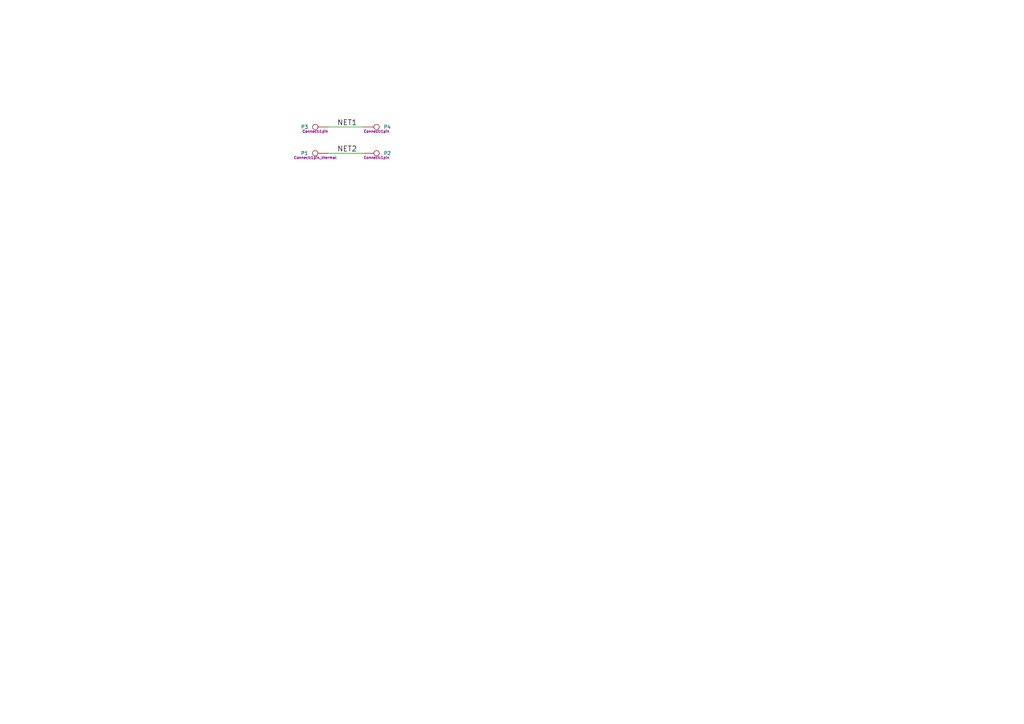
<source format=kicad_sch>
(kicad_sch (version 20241209) (generator "eeschema") (generator_version "9.0")
  (paper "A4")
  (title_block (date "19 dec 2011"))
  (lib_symbols
    (symbol "test_pads_inside_pads_schlib:CONN_1" (pin_numbers (hide yes)) (pin_names (offset 0.762) (hide yes))
      (property "Reference" "P" (at 2.032 0 0))
      (property "Value" "CONN_1" (at 0 1.397 0))
      (symbol "CONN_1_0_1"
        (polyline (pts (xy -0.762 0) (xy -1.27 0)))
        (circle (center 0 0) (radius 0.7874))
      )
      (symbol "CONN_1_1_1"
        (pin passive line (at -3.81 0 0) (length 2.54) (name "1") (number "1"))
      )
    )
  )
  (wire (pts (xy 105.41 36.83) (xy 95.25 36.83)))
  (wire (pts (xy 105.41 44.45) (xy 95.25 44.45)))
  (label "NET2" (at 97.79 44.45 0) (effects (font (size 1.524 1.524))))
  (label "NET1" (at 97.79 36.83 0) (effects (font (size 1.524 1.524))))
  (symbol (lib_id "test_pads_inside_pads_schlib:CONN_1") (at 109.22 44.45 0) (unit 1)
    (property "Reference" "P2" (at 111.252 44.45 0) (effects (font (size 1.016 1.016)) (justify left)))
    (property "Value" "CONN_1" (effects (hide yes)))
    (property "Footprint" "Connect:1pin" (at 109.22 45.72 0) (effects (font (size 0.762 0.762))))
  )
  (symbol (lib_id "test_pads_inside_pads_schlib:CONN_1") (at 91.44 44.45 180) (unit 1)
    (property "Reference" "P1" (at 89.408 44.45 0) (effects (font (size 1.016 1.016)) (justify left)))
    (property "Value" "CONN_1" (effects (hide yes)))
    (property "Footprint" "Connect:1pin_thermal" (at 91.44 45.72 0) (effects (font (size 0.762 0.762))))
  )
  (symbol (lib_id "test_pads_inside_pads_schlib:CONN_1") (at 91.44 36.83 180) (unit 1)
    (property "Reference" "P3" (at 89.408 36.83 0) (effects (font (size 1.016 1.016)) (justify left)))
    (property "Value" "CONN_1" (effects (hide yes)))
    (property "Footprint" "Connect:1pin" (at 91.44 38.1 0) (effects (font (size 0.762 0.762))))
  )
  (symbol (lib_id "test_pads_inside_pads_schlib:CONN_1") (at 109.22 36.83 0) (unit 1)
    (property "Reference" "P4" (at 111.252 36.83 0) (effects (font (size 1.016 1.016)) (justify left)))
    (property "Value" "CONN_1" (effects (hide yes)))
    (property "Footprint" "Connect:1pin" (at 109.22 38.1 0) (effects (font (size 0.762 0.762))))
  )
)
</source>
